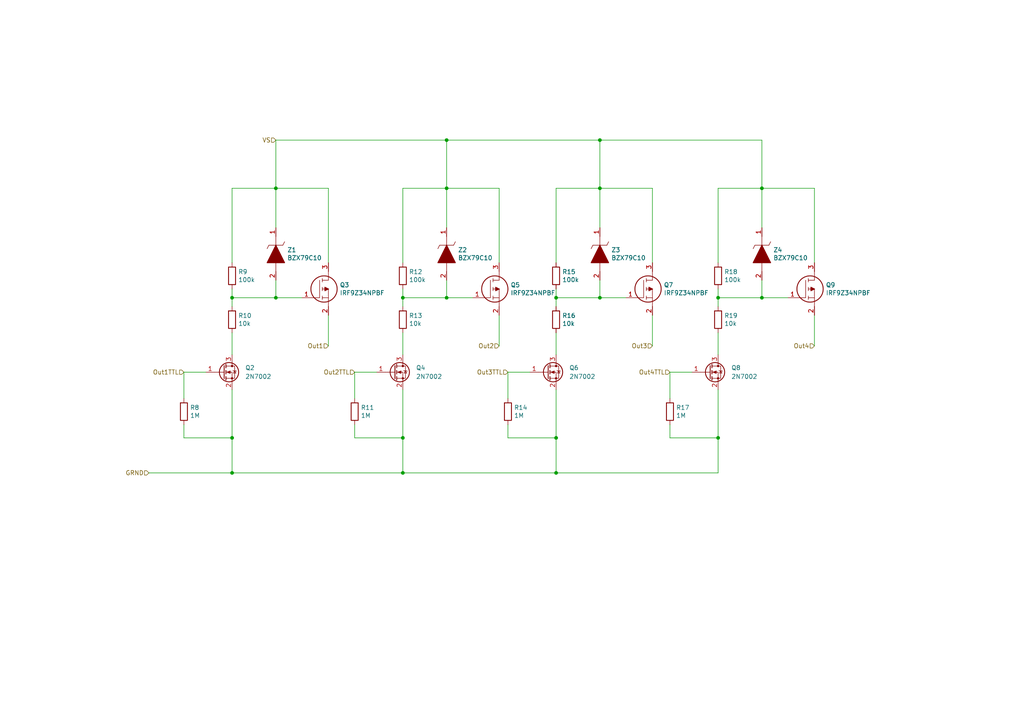
<source format=kicad_sch>
(kicad_sch (version 20231120) (generator "eeschema") (generator_version "8.0")
  (paper "A4")
  (lib_symbols
    (symbol "Device:R" (pin_numbers hide) (pin_names (offset 0))
      (property "Reference" "R" (at 2.032 0 90))
      (property "Value" "R" (at 0 0 90))
      (symbol "R_0_1"
        (rectangle (start -1.016 -2.54) (end 1.016 2.54) (stroke (width 0.254)))
      )
      (symbol "R_1_1"
        (pin passive line (at 0 3.81 270) (length 1.27) (name "~") (number "1"))
        (pin passive line (at 0 -3.81 90) (length 1.27) (name "~") (number "2"))
      )
    )
    (symbol "SamacSys_Parts:BZX79C10" (pin_names (offset 0.762))
      (property "Reference" "Z" (at 10.16 8.89 0))
      (property "Value" "SamacSys_Parts_BZX79C10" (at 10.16 6.35 0))
      (symbol "BZX79C10_0_0"
        (pin passive line (at 0 0 0) (length 2.54) (name "~") (number "1"))
        (pin passive line (at 15.24 0 180) (length 2.54) (name "~") (number "2"))
      )
      (symbol "BZX79C10_0_1"
        (polyline (pts (xy 2.54 0) (xy 5.08 0)) (stroke (width 0.1524)))
        (polyline (pts (xy 4.064 -2.54) (xy 5.08 -2.032)) (stroke (width 0.1524)))
        (polyline (pts (xy 5.08 2.032) (xy 5.08 -2.032)) (stroke (width 0.1524)))
        (polyline (pts (xy 5.08 2.032) (xy 6.096 2.54)) (stroke (width 0.1524)))
        (polyline (pts (xy 12.7 0) (xy 10.16 0)) (stroke (width 0.1524)))
        (polyline (pts (xy 5.08 0) (xy 10.16 2.54) (xy 10.16 -2.54) (xy 5.08 0)) (stroke (width 0.254)) (fill (type outline)))
      )
    )
    (symbol "SamacSys_Parts:IRF9Z34NPBF" (pin_names (offset 0.762))
      (property "Reference" "Q" (at 11.43 3.81 0))
      (property "Value" "IRF9Z34NPBF" (at 11.43 1.27 0))
      (symbol "IRF9Z34NPBF_0_0"
        (pin passive line (at 0 0 0) (length 2.54) (name "~") (number "1"))
        (pin passive line (at 7.62 -5.08 90) (length 2.54) (name "~") (number "2"))
        (pin passive line (at 7.62 10.16 270) (length 2.54) (name "~") (number "3"))
      )
      (symbol "IRF9Z34NPBF_0_1"
        (polyline (pts (xy 5.842 -0.508) (xy 5.842 0.508)) (stroke (width 0.1524)))
        (polyline (pts (xy 5.842 0) (xy 7.62 0)) (stroke (width 0.1524)))
        (polyline (pts (xy 5.842 2.032) (xy 5.842 3.048)) (stroke (width 0.1524)))
        (polyline (pts (xy 5.842 5.588) (xy 5.842 4.572)) (stroke (width 0.1524)))
        (polyline (pts (xy 7.62 2.54) (xy 5.842 2.54)) (stroke (width 0.1524)))
        (polyline (pts (xy 7.62 2.54) (xy 7.62 -2.54)) (stroke (width 0.1524)))
        (polyline (pts (xy 7.62 5.08) (xy 5.842 5.08)) (stroke (width 0.1524)))
        (polyline (pts (xy 7.62 5.08) (xy 7.62 7.62)) (stroke (width 0.1524)))
        (polyline (pts (xy 2.54 0) (xy 5.08 0) (xy 5.08 5.08)) (stroke (width 0.1524)))
        (polyline (pts (xy 7.62 2.54) (xy 6.604 3.048) (xy 6.604 2.032) (xy 7.62 2.54)) (stroke (width 0.254)) (fill (type outline)))
        (circle (center 6.35 2.54) (radius 3.81) (stroke (width 0.254)))
      )
    )
    (symbol "Transistor_FET:2N7002" (pin_names hide)
      (property "Reference" "Q" (at 5.08 1.905 0))
      (property "Value" "2N7002" (at 5.08 0 0))
      (symbol "2N7002_0_1"
        (polyline (pts (xy 0.254 0) (xy -2.54 0)))
        (polyline (pts (xy 0.254 1.905) (xy 0.254 -1.905)) (stroke (width 0.254)))
        (polyline (pts (xy 0.762 -1.27) (xy 0.762 -2.286)) (stroke (width 0.254)))
        (polyline (pts (xy 0.762 0.508) (xy 0.762 -0.508)) (stroke (width 0.254)))
        (polyline (pts (xy 0.762 2.286) (xy 0.762 1.27)) (stroke (width 0.254)))
        (polyline (pts (xy 2.54 2.54) (xy 2.54 1.778)))
        (polyline (pts (xy 2.54 -2.54) (xy 2.54 0) (xy 0.762 0)))
        (polyline (pts (xy 0.762 -1.778) (xy 3.302 -1.778) (xy 3.302 1.778) (xy 0.762 1.778)))
        (polyline (pts (xy 1.016 0) (xy 2.032 0.381) (xy 2.032 -0.381) (xy 1.016 0)) (fill (type outline)))
        (polyline (pts (xy 2.794 0.508) (xy 2.921 0.381) (xy 3.683 0.381) (xy 3.81 0.254)))
        (polyline (pts (xy 3.302 0.381) (xy 2.921 -0.254) (xy 3.683 -0.254) (xy 3.302 0.381)))
        (circle (center 1.651 0) (radius 2.794) (stroke (width 0.254)))
        (circle (center 2.54 -1.778) (radius 0.254) (fill (type outline)))
        (circle (center 2.54 1.778) (radius 0.254) (fill (type outline)))
      )
      (symbol "2N7002_1_1"
        (pin input line (at -5.08 0 0) (length 2.54) (name "G") (number "1"))
        (pin passive line (at 2.54 -5.08 90) (length 2.54) (name "S") (number "2"))
        (pin passive line (at 2.54 5.08 270) (length 2.54) (name "D") (number "3"))
      )
    )
  )
  (junction (at 208.28 127))
  (junction (at 129.54 54.61))
  (junction (at 161.29 127))
  (junction (at 173.99 54.61))
  (junction (at 208.28 86.36))
  (junction (at 129.54 86.36))
  (junction (at 67.31 137.16))
  (junction (at 116.84 137.16))
  (junction (at 80.01 86.36))
  (junction (at 116.84 127))
  (junction (at 116.84 86.36))
  (junction (at 220.98 86.36))
  (junction (at 80.01 54.61))
  (junction (at 220.98 54.61))
  (junction (at 161.29 86.36))
  (junction (at 173.99 86.36))
  (junction (at 161.29 137.16))
  (junction (at 67.31 127))
  (junction (at 129.54 40.64))
  (junction (at 67.31 86.36))
  (junction (at 173.99 40.64))
  (wire (pts (xy 220.98 40.64) (xy 220.98 54.61)))
  (wire (pts (xy 95.25 54.61) (xy 80.01 54.61)))
  (wire (pts (xy 43.18 137.16) (xy 67.31 137.16)))
  (wire (pts (xy 67.31 127) (xy 67.31 137.16)))
  (wire (pts (xy 208.28 54.61) (xy 208.28 76.2)))
  (wire (pts (xy 80.01 40.64) (xy 80.01 54.61)))
  (wire (pts (xy 80.01 86.36) (xy 67.31 86.36)))
  (wire (pts (xy 236.22 76.2) (xy 236.22 54.61)))
  (wire (pts (xy 67.31 86.36) (xy 67.31 83.82)))
  (wire (pts (xy 80.01 81.28) (xy 80.01 86.36)))
  (wire (pts (xy 208.28 88.9) (xy 208.28 86.36)))
  (wire (pts (xy 116.84 88.9) (xy 116.84 86.36)))
  (wire (pts (xy 173.99 54.61) (xy 161.29 54.61)))
  (wire (pts (xy 67.31 102.87) (xy 67.31 96.52)))
  (wire (pts (xy 67.31 137.16) (xy 116.84 137.16)))
  (wire (pts (xy 116.84 137.16) (xy 161.29 137.16)))
  (wire (pts (xy 147.32 123.19) (xy 147.32 127)))
  (wire (pts (xy 67.31 88.9) (xy 67.31 86.36)))
  (wire (pts (xy 116.84 86.36) (xy 116.84 83.82)))
  (wire (pts (xy 173.99 66.04) (xy 173.99 54.61)))
  (wire (pts (xy 189.23 76.2) (xy 189.23 54.61)))
  (wire (pts (xy 129.54 81.28) (xy 129.54 86.36)))
  (wire (pts (xy 80.01 54.61) (xy 67.31 54.61)))
  (wire (pts (xy 102.87 123.19) (xy 102.87 127)))
  (wire (pts (xy 181.61 86.36) (xy 173.99 86.36)))
  (wire (pts (xy 220.98 54.61) (xy 208.28 54.61)))
  (wire (pts (xy 161.29 137.16) (xy 208.28 137.16)))
  (wire (pts (xy 228.6 86.36) (xy 220.98 86.36)))
  (wire (pts (xy 189.23 54.61) (xy 173.99 54.61)))
  (wire (pts (xy 144.78 76.2) (xy 144.78 54.61)))
  (wire (pts (xy 116.84 102.87) (xy 116.84 96.52)))
  (wire (pts (xy 194.31 123.19) (xy 194.31 127)))
  (wire (pts (xy 208.28 137.16) (xy 208.28 127)))
  (wire (pts (xy 129.54 66.04) (xy 129.54 54.61)))
  (wire (pts (xy 173.99 40.64) (xy 173.99 54.61)))
  (wire (pts (xy 116.84 54.61) (xy 116.84 76.2)))
  (wire (pts (xy 208.28 113.03) (xy 208.28 127)))
  (wire (pts (xy 147.32 107.95) (xy 153.67 107.95)))
  (wire (pts (xy 220.98 81.28) (xy 220.98 86.36)))
  (wire (pts (xy 102.87 107.95) (xy 109.22 107.95)))
  (wire (pts (xy 189.23 100.33) (xy 189.23 91.44)))
  (wire (pts (xy 194.31 107.95) (xy 200.66 107.95)))
  (wire (pts (xy 208.28 102.87) (xy 208.28 96.52)))
  (wire (pts (xy 220.98 86.36) (xy 208.28 86.36)))
  (wire (pts (xy 137.16 86.36) (xy 129.54 86.36)))
  (wire (pts (xy 116.84 113.03) (xy 116.84 127)))
  (wire (pts (xy 129.54 86.36) (xy 116.84 86.36)))
  (wire (pts (xy 67.31 113.03) (xy 67.31 127)))
  (wire (pts (xy 194.31 127) (xy 208.28 127)))
  (wire (pts (xy 161.29 54.61) (xy 161.29 76.2)))
  (wire (pts (xy 129.54 40.64) (xy 129.54 54.61)))
  (wire (pts (xy 95.25 100.33) (xy 95.25 91.44)))
  (wire (pts (xy 161.29 88.9) (xy 161.29 86.36)))
  (wire (pts (xy 161.29 127) (xy 161.29 137.16)))
  (wire (pts (xy 194.31 115.57) (xy 194.31 107.95)))
  (wire (pts (xy 161.29 113.03) (xy 161.29 127)))
  (wire (pts (xy 102.87 115.57) (xy 102.87 107.95)))
  (wire (pts (xy 116.84 127) (xy 116.84 137.16)))
  (wire (pts (xy 80.01 66.04) (xy 80.01 54.61)))
  (wire (pts (xy 67.31 54.61) (xy 67.31 76.2)))
  (wire (pts (xy 236.22 100.33) (xy 236.22 91.44)))
  (wire (pts (xy 53.34 123.19) (xy 53.34 127)))
  (wire (pts (xy 53.34 115.57) (xy 53.34 107.95)))
  (wire (pts (xy 236.22 54.61) (xy 220.98 54.61)))
  (wire (pts (xy 173.99 81.28) (xy 173.99 86.36)))
  (wire (pts (xy 173.99 86.36) (xy 161.29 86.36)))
  (wire (pts (xy 147.32 115.57) (xy 147.32 107.95)))
  (wire (pts (xy 53.34 127) (xy 67.31 127)))
  (wire (pts (xy 129.54 40.64) (xy 173.99 40.64)))
  (wire (pts (xy 129.54 54.61) (xy 116.84 54.61)))
  (wire (pts (xy 161.29 102.87) (xy 161.29 96.52)))
  (wire (pts (xy 87.63 86.36) (xy 80.01 86.36)))
  (wire (pts (xy 220.98 66.04) (xy 220.98 54.61)))
  (wire (pts (xy 173.99 40.64) (xy 220.98 40.64)))
  (wire (pts (xy 80.01 40.64) (xy 129.54 40.64)))
  (wire (pts (xy 144.78 100.33) (xy 144.78 91.44)))
  (wire (pts (xy 102.87 127) (xy 116.84 127)))
  (wire (pts (xy 161.29 86.36) (xy 161.29 83.82)))
  (wire (pts (xy 147.32 127) (xy 161.29 127)))
  (wire (pts (xy 144.78 54.61) (xy 129.54 54.61)))
  (wire (pts (xy 53.34 107.95) (xy 59.69 107.95)))
  (wire (pts (xy 208.28 86.36) (xy 208.28 83.82)))
  (wire (pts (xy 95.25 76.2) (xy 95.25 54.61)))
  (hierarchical_label "Out3TTL" (shape input) (at 147.32 107.95 180))
  (hierarchical_label "Out4TTL" (shape input) (at 194.31 107.95 180))
  (hierarchical_label "VS" (shape input) (at 80.01 40.64 180))
  (hierarchical_label "Out4" (shape input) (at 236.22 100.33 180))
  (hierarchical_label "GRND" (shape input) (at 43.18 137.16 180))
  (hierarchical_label "Out2TTL" (shape input) (at 102.87 107.95 180))
  (hierarchical_label "Out1TTL" (shape input) (at 53.34 107.95 180))
  (hierarchical_label "Out2" (shape input) (at 144.78 100.33 180))
  (hierarchical_label "Out3" (shape input) (at 189.23 100.33 180))
  (hierarchical_label "Out1" (shape input) (at 95.25 100.33 180))
  (symbol (lib_id "Device:R") (at 161.29 92.71 0) (unit 1)
    (property "Reference" "R16" (at 163.068 91.5416 0) (effects (justify left)))
    (property "Value" "10k" (at 163.068 93.853 0) (effects (justify left)))
    (property "Footprint" "Resistor_SMD:R_1206_3216Metric_Pad1.30x1.75mm_HandSolder" (effects (hide yes)))
  )
  (symbol (lib_id "Transistor_FET:2N7002") (at 158.75 107.95 0) (unit 1)
    (property "Reference" "Q6" (at 165.1 106.6799 0) (effects (justify left)))
    (property "Value" "2N7002" (at 165.1 109.2199 0) (effects (justify left)))
    (property "Footprint" "Package_TO_SOT_SMD:SOT-23" (effects (hide yes)))
    (property "Datasheet" "https://www.onsemi.com/pub/Collateral/NDS7002A-D.PDF" (effects (hide yes)))
    (property "Description" "0.115A Id, 60V Vds, N-Channel MOSFET, SOT-23" (effects (hide yes)))
  )
  (symbol (lib_id "SamacSys_Parts:IRF9Z34NPBF") (at 181.61 86.36 0) (unit 1)
    (property "Reference" "Q7" (at 192.532 82.6516 0) (effects (justify left)))
    (property "Value" "IRF9Z34NPBF" (at 192.532 84.963 0) (effects (justify left)))
    (property "Footprint" "SamacSys_Parts:TO254P469X1042X1967-3P" (effects (hide yes)))
    (property "Datasheet" "https://www.infineon.com/dgdl/irf9z34npbf.pdf?fileId=5546d462533600a40153561220af1ddd" (effects (hide yes)))
    (property "Description" "MOSFET MOSFT PCh -55V -17A 100mOhm 23.3nC" (effects (hide yes)))
    (property "Height" "4.69" (effects (hide yes)))
    (property "Mouser Part Number" "942-IRF9Z34NPBF" (effects (hide yes)))
    (property "Mouser Price/Stock" "https://www.mouser.co.uk/ProductDetail/Infineon-IR/IRF9Z34NPBF?qs=9%252BKlkBgLFf16a%2FvlD%252BMCtQ%3D%3D" (effects (hide yes)))
    (property "Manufacturer_Name" "Infineon" (effects (hide yes)))
    (property "Manufacturer_Part_Number" "IRF9Z34NPBF" (effects (hide yes)))
  )
  (symbol (lib_id "Device:R") (at 116.84 80.01 0) (unit 1)
    (property "Reference" "R12" (at 118.618 78.8416 0) (effects (justify left)))
    (property "Value" "100k" (at 118.618 81.153 0) (effects (justify left)))
    (property "Footprint" "Resistor_SMD:R_1206_3216Metric_Pad1.30x1.75mm_HandSolder" (effects (hide yes)))
  )
  (symbol (lib_id "Transistor_FET:2N7002") (at 205.74 107.95 0) (unit 1)
    (property "Reference" "Q8" (at 212.09 106.6799 0) (effects (justify left)))
    (property "Value" "2N7002" (at 212.09 109.2199 0) (effects (justify left)))
    (property "Footprint" "Package_TO_SOT_SMD:SOT-23" (effects (hide yes)))
    (property "Datasheet" "https://www.onsemi.com/pub/Collateral/NDS7002A-D.PDF" (effects (hide yes)))
    (property "Description" "0.115A Id, 60V Vds, N-Channel MOSFET, SOT-23" (effects (hide yes)))
  )
  (symbol (lib_id "SamacSys_Parts:IRF9Z34NPBF") (at 137.16 86.36 0) (unit 1)
    (property "Reference" "Q5" (at 148.082 82.6516 0) (effects (justify left)))
    (property "Value" "IRF9Z34NPBF" (at 148.082 84.963 0) (effects (justify left)))
    (property "Footprint" "SamacSys_Parts:TO254P469X1042X1967-3P" (effects (hide yes)))
    (property "Datasheet" "https://www.infineon.com/dgdl/irf9z34npbf.pdf?fileId=5546d462533600a40153561220af1ddd" (effects (hide yes)))
    (property "Description" "MOSFET MOSFT PCh -55V -17A 100mOhm 23.3nC" (effects (hide yes)))
    (property "Height" "4.69" (effects (hide yes)))
    (property "Mouser Part Number" "942-IRF9Z34NPBF" (effects (hide yes)))
    (property "Mouser Price/Stock" "https://www.mouser.co.uk/ProductDetail/Infineon-IR/IRF9Z34NPBF?qs=9%252BKlkBgLFf16a%2FvlD%252BMCtQ%3D%3D" (effects (hide yes)))
    (property "Manufacturer_Name" "Infineon" (effects (hide yes)))
    (property "Manufacturer_Part_Number" "IRF9Z34NPBF" (effects (hide yes)))
  )
  (symbol (lib_id "Device:R") (at 67.31 80.01 0) (unit 1)
    (property "Reference" "R9" (at 69.088 78.8416 0) (effects (justify left)))
    (property "Value" "100k" (at 69.088 81.153 0) (effects (justify left)))
    (property "Footprint" "Resistor_SMD:R_1206_3216Metric_Pad1.30x1.75mm_HandSolder" (effects (hide yes)))
  )
  (symbol (lib_id "Device:R") (at 102.87 119.38 0) (unit 1)
    (property "Reference" "R11" (at 104.648 118.2116 0) (effects (justify left)))
    (property "Value" "1M" (at 104.648 120.523 0) (effects (justify left)))
    (property "Footprint" "Resistor_SMD:R_1206_3216Metric_Pad1.30x1.75mm_HandSolder" (effects (hide yes)))
  )
  (symbol (lib_id "Device:R") (at 116.84 92.71 0) (unit 1)
    (property "Reference" "R13" (at 118.618 91.5416 0) (effects (justify left)))
    (property "Value" "10k" (at 118.618 93.853 0) (effects (justify left)))
    (property "Footprint" "Resistor_SMD:R_1206_3216Metric_Pad1.30x1.75mm_HandSolder" (effects (hide yes)))
  )
  (symbol (lib_id "Device:R") (at 147.32 119.38 0) (unit 1)
    (property "Reference" "R14" (at 149.098 118.2116 0) (effects (justify left)))
    (property "Value" "1M" (at 149.098 120.523 0) (effects (justify left)))
    (property "Footprint" "Resistor_SMD:R_1206_3216Metric_Pad1.30x1.75mm_HandSolder" (effects (hide yes)))
  )
  (symbol (lib_id "SamacSys_Parts:BZX79C10") (at 173.99 66.04 90) (mirror x) (unit 1)
    (property "Reference" "Z3" (at 177.292 72.4916 90) (effects (justify right)))
    (property "Value" "BZX79C10" (at 177.292 74.803 90) (effects (justify right)))
    (property "Footprint" "SamacSys_Parts:DIOAD1068W53L380D172" (effects (hide yes)))
    (property "Datasheet" "https://www.fairchildsemi.com/datasheets/BZ/BZX79C10.pdf" (effects (hide yes)))
    (property "Description" "BZX79C10, Zener Diode, 10V +/-5 500 mW 0.2A, 2-Pin DO-35" (effects (hide yes)))
    (property "Mouser Part Number" "512-BZX79C10" (effects (hide yes)))
    (property "Mouser Price/Stock" "https://www.mouser.co.uk/ProductDetail/ON-Semiconductor-Fairchild/BZX79C10?qs=FITO%2F%2FQgYDkGEXVpK3DyhQ%3D%3D" (effects (hide yes)))
    (property "Manufacturer_Name" "ON Semiconductor" (effects (hide yes)))
    (property "Manufacturer_Part_Number" "BZX79C10" (effects (hide yes)))
  )
  (symbol (lib_id "SamacSys_Parts:IRF9Z34NPBF") (at 228.6 86.36 0) (unit 1)
    (property "Reference" "Q9" (at 239.522 82.6516 0) (effects (justify left)))
    (property "Value" "IRF9Z34NPBF" (at 239.522 84.963 0) (effects (justify left)))
    (property "Footprint" "SamacSys_Parts:TO254P469X1042X1967-3P" (effects (hide yes)))
    (property "Datasheet" "https://www.infineon.com/dgdl/irf9z34npbf.pdf?fileId=5546d462533600a40153561220af1ddd" (effects (hide yes)))
    (property "Description" "MOSFET MOSFT PCh -55V -17A 100mOhm 23.3nC" (effects (hide yes)))
    (property "Height" "4.69" (effects (hide yes)))
    (property "Mouser Part Number" "942-IRF9Z34NPBF" (effects (hide yes)))
    (property "Mouser Price/Stock" "https://www.mouser.co.uk/ProductDetail/Infineon-IR/IRF9Z34NPBF?qs=9%252BKlkBgLFf16a%2FvlD%252BMCtQ%3D%3D" (effects (hide yes)))
    (property "Manufacturer_Name" "Infineon" (effects (hide yes)))
    (property "Manufacturer_Part_Number" "IRF9Z34NPBF" (effects (hide yes)))
  )
  (symbol (lib_id "SamacSys_Parts:BZX79C10") (at 129.54 66.04 90) (mirror x) (unit 1)
    (property "Reference" "Z2" (at 132.842 72.4916 90) (effects (justify right)))
    (property "Value" "BZX79C10" (at 132.842 74.803 90) (effects (justify right)))
    (property "Footprint" "SamacSys_Parts:DIOAD1068W53L380D172" (effects (hide yes)))
    (property "Datasheet" "https://www.fairchildsemi.com/datasheets/BZ/BZX79C10.pdf" (effects (hide yes)))
    (property "Description" "BZX79C10, Zener Diode, 10V +/-5 500 mW 0.2A, 2-Pin DO-35" (effects (hide yes)))
    (property "Mouser Part Number" "512-BZX79C10" (effects (hide yes)))
    (property "Mouser Price/Stock" "https://www.mouser.co.uk/ProductDetail/ON-Semiconductor-Fairchild/BZX79C10?qs=FITO%2F%2FQgYDkGEXVpK3DyhQ%3D%3D" (effects (hide yes)))
    (property "Manufacturer_Name" "ON Semiconductor" (effects (hide yes)))
    (property "Manufacturer_Part_Number" "BZX79C10" (effects (hide yes)))
  )
  (symbol (lib_id "Device:R") (at 161.29 80.01 0) (unit 1)
    (property "Reference" "R15" (at 163.068 78.8416 0) (effects (justify left)))
    (property "Value" "100k" (at 163.068 81.153 0) (effects (justify left)))
    (property "Footprint" "Resistor_SMD:R_1206_3216Metric_Pad1.30x1.75mm_HandSolder" (effects (hide yes)))
  )
  (symbol (lib_id "Transistor_FET:2N7002") (at 114.3 107.95 0) (unit 1)
    (property "Reference" "Q4" (at 120.65 106.6799 0) (effects (justify left)))
    (property "Value" "2N7002" (at 120.65 109.2199 0) (effects (justify left)))
    (property "Footprint" "Package_TO_SOT_SMD:SOT-23" (effects (hide yes)))
    (property "Datasheet" "https://www.onsemi.com/pub/Collateral/NDS7002A-D.PDF" (effects (hide yes)))
    (property "Description" "0.115A Id, 60V Vds, N-Channel MOSFET, SOT-23" (effects (hide yes)))
  )
  (symbol (lib_id "Device:R") (at 194.31 119.38 0) (unit 1)
    (property "Reference" "R17" (at 196.088 118.2116 0) (effects (justify left)))
    (property "Value" "1M" (at 196.088 120.523 0) (effects (justify left)))
    (property "Footprint" "Resistor_SMD:R_1206_3216Metric_Pad1.30x1.75mm_HandSolder" (effects (hide yes)))
  )
  (symbol (lib_id "Device:R") (at 208.28 92.71 0) (unit 1)
    (property "Reference" "R19" (at 210.058 91.5416 0) (effects (justify left)))
    (property "Value" "10k" (at 210.058 93.853 0) (effects (justify left)))
    (property "Footprint" "Resistor_SMD:R_1206_3216Metric_Pad1.30x1.75mm_HandSolder" (effects (hide yes)))
  )
  (symbol (lib_id "SamacSys_Parts:BZX79C10") (at 220.98 66.04 90) (mirror x) (unit 1)
    (property "Reference" "Z4" (at 224.282 72.4916 90) (effects (justify right)))
    (property "Value" "BZX79C10" (at 224.282 74.803 90) (effects (justify right)))
    (property "Footprint" "SamacSys_Parts:DIOAD1068W53L380D172" (effects (hide yes)))
    (property "Datasheet" "https://www.fairchildsemi.com/datasheets/BZ/BZX79C10.pdf" (effects (hide yes)))
    (property "Description" "BZX79C10, Zener Diode, 10V +/-5 500 mW 0.2A, 2-Pin DO-35" (effects (hide yes)))
    (property "Mouser Part Number" "512-BZX79C10" (effects (hide yes)))
    (property "Mouser Price/Stock" "https://www.mouser.co.uk/ProductDetail/ON-Semiconductor-Fairchild/BZX79C10?qs=FITO%2F%2FQgYDkGEXVpK3DyhQ%3D%3D" (effects (hide yes)))
    (property "Manufacturer_Name" "ON Semiconductor" (effects (hide yes)))
    (property "Manufacturer_Part_Number" "BZX79C10" (effects (hide yes)))
  )
  (symbol (lib_id "Device:R") (at 53.34 119.38 0) (unit 1)
    (property "Reference" "R8" (at 55.118 118.2116 0) (effects (justify left)))
    (property "Value" "1M" (at 55.118 120.523 0) (effects (justify left)))
    (property "Footprint" "Resistor_SMD:R_1206_3216Metric_Pad1.30x1.75mm_HandSolder" (effects (hide yes)))
  )
  (symbol (lib_id "Transistor_FET:2N7002") (at 64.77 107.95 0) (unit 1)
    (property "Reference" "Q2" (at 71.12 106.6799 0) (effects (justify left)))
    (property "Value" "2N7002" (at 71.12 109.2199 0) (effects (justify left)))
    (property "Footprint" "Package_TO_SOT_SMD:SOT-23" (effects (hide yes)))
    (property "Datasheet" "https://www.onsemi.com/pub/Collateral/NDS7002A-D.PDF" (effects (hide yes)))
    (property "Description" "0.115A Id, 60V Vds, N-Channel MOSFET, SOT-23" (effects (hide yes)))
  )
  (symbol (lib_id "Device:R") (at 208.28 80.01 0) (unit 1)
    (property "Reference" "R18" (at 210.058 78.8416 0) (effects (justify left)))
    (property "Value" "100k" (at 210.058 81.153 0) (effects (justify left)))
    (property "Footprint" "Resistor_SMD:R_1206_3216Metric_Pad1.30x1.75mm_HandSolder" (effects (hide yes)))
  )
  (symbol (lib_id "Device:R") (at 67.31 92.71 0) (unit 1)
    (property "Reference" "R10" (at 69.088 91.5416 0) (effects (justify left)))
    (property "Value" "10k" (at 69.088 93.853 0) (effects (justify left)))
    (property "Footprint" "Resistor_SMD:R_1206_3216Metric_Pad1.30x1.75mm_HandSolder" (effects (hide yes)))
  )
  (symbol (lib_id "SamacSys_Parts:BZX79C10") (at 80.01 66.04 90) (mirror x) (unit 1)
    (property "Reference" "Z1" (at 83.312 72.4916 90) (effects (justify right)))
    (property "Value" "BZX79C10" (at 83.312 74.803 90) (effects (justify right)))
    (property "Footprint" "SamacSys_Parts:DIOAD1068W53L380D172" (effects (hide yes)))
    (property "Datasheet" "https://www.fairchildsemi.com/datasheets/BZ/BZX79C10.pdf" (effects (hide yes)))
    (property "Description" "BZX79C10, Zener Diode, 10V +/-5 500 mW 0.2A, 2-Pin DO-35" (effects (hide yes)))
    (property "Mouser Part Number" "512-BZX79C10" (effects (hide yes)))
    (property "Mouser Price/Stock" "https://www.mouser.co.uk/ProductDetail/ON-Semiconductor-Fairchild/BZX79C10?qs=FITO%2F%2FQgYDkGEXVpK3DyhQ%3D%3D" (effects (hide yes)))
    (property "Manufacturer_Name" "ON Semiconductor" (effects (hide yes)))
    (property "Manufacturer_Part_Number" "BZX79C10" (effects (hide yes)))
  )
  (symbol (lib_id "SamacSys_Parts:IRF9Z34NPBF") (at 87.63 86.36 0) (unit 1)
    (property "Reference" "Q3" (at 98.552 82.6516 0) (effects (justify left)))
    (property "Value" "IRF9Z34NPBF" (at 98.552 84.963 0) (effects (justify left)))
    (property "Footprint" "SamacSys_Parts:TO254P469X1042X1967-3P" (effects (hide yes)))
    (property "Datasheet" "https://www.infineon.com/dgdl/irf9z34npbf.pdf?fileId=5546d462533600a40153561220af1ddd" (effects (hide yes)))
    (property "Description" "MOSFET MOSFT PCh -55V -17A 100mOhm 23.3nC" (effects (hide yes)))
    (property "Height" "4.69" (effects (hide yes)))
    (property "Mouser Part Number" "942-IRF9Z34NPBF" (effects (hide yes)))
    (property "Mouser Price/Stock" "https://www.mouser.co.uk/ProductDetail/Infineon-IR/IRF9Z34NPBF?qs=9%252BKlkBgLFf16a%2FvlD%252BMCtQ%3D%3D" (effects (hide yes)))
    (property "Manufacturer_Name" "Infineon" (effects (hide yes)))
    (property "Manufacturer_Part_Number" "IRF9Z34NPBF" (effects (hide yes)))
  )
)
</source>
